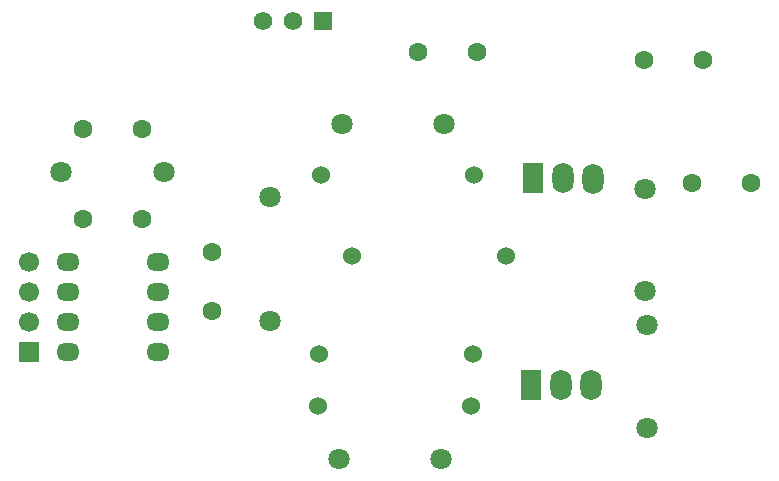
<source format=gbl>
G04 Layer: BottomLayer*
G04 EasyEDA Pro v2.1.64.d1969c9c.217bcf, 2024-10-29 15:11:35*
G04 Gerber Generator version 0.3*
G04 Scale: 100 percent, Rotated: No, Reflected: No*
G04 Dimensions in millimeters*
G04 Leading zeros omitted, absolute positions, 3 integers and 5 decimals*
%FSLAX35Y35*%
%MOMM*%
%ADD10O,1.97X1.524*%
%ADD11C,1.8*%
%ADD12C,1.524*%
%ADD13C,1.6*%
%ADD14R,1.7X1.7*%
%ADD15C,1.7*%
%ADD16O,1.8X2.59999*%
%ADD17R,1.8X2.59999*%
%ADD18C,1.5748*%
%ADD19R,1.5748X1.5748*%
G75*


G04 Pad Start*
G54D10*
G01X50800Y368300D03*
G01X812800Y368300D03*
G01X50800Y114300D03*
G01X812800Y114300D03*
G01X50800Y-139700D03*
G01X812800Y-139700D03*
G01X50800Y-393700D03*
G01X812800Y-393700D03*
G54D11*
G01X866800Y1130300D03*
G01X-3200Y1130300D03*
G01X2371700Y1536700D03*
G01X3241700Y1536700D03*
G01X2346300Y-1295400D03*
G01X3216300Y-1295400D03*
G01X4953000Y-161900D03*
G01X4953000Y-1031900D03*
G01X4940300Y993800D03*
G01X4940300Y123800D03*
G54D12*
G01X2461501Y419100D03*
G01X3761499Y419100D03*
G54D11*
G01X1765300Y-131293D03*
G01X1765300Y918693D03*
G54D12*
G01X3469399Y-850900D03*
G01X2169401Y-850900D03*
G01X3494799Y1104900D03*
G01X2194801Y1104900D03*
G01X3482099Y-406400D03*
G01X2182101Y-406400D03*
G54D13*
G01X181801Y736600D03*
G01X681800Y736600D03*
G01X181801Y1498600D03*
G01X681800Y1498600D03*
G01X5838000Y1041400D03*
G01X5338001Y1041400D03*
G54D14*
G01X-279400Y-393700D03*
G54D15*
G01X-279400Y-139700D03*
G01X-279400Y114300D03*
G01X-279400Y368300D03*
G54D13*
G01X3513900Y2146300D03*
G01X3013901Y2146300D03*
G01X4931601Y2082800D03*
G01X5431600Y2082800D03*
G54D16*
G01X4242295Y1079500D03*
G01X4496295Y1078509D03*
G54D17*
G01X3988295Y1079500D03*
G54D16*
G01X4229100Y-672605D03*
G01X4483100Y-673595D03*
G54D17*
G01X3975100Y-672605D03*
G54D18*
G01X1701800Y2413000D03*
G01X1955800Y2413000D03*
G54D19*
G01X2209800Y2413000D03*
G54D13*
G01X1270000Y-46799D03*
G01X1270000Y453200D03*
G04 Pad End*

M02*

</source>
